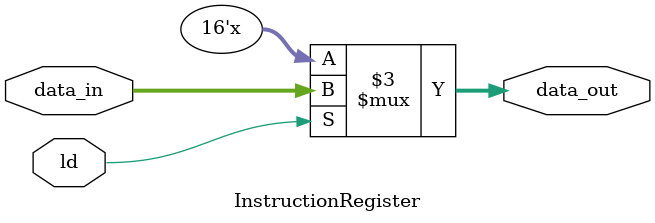
<source format=v>
`timescale 1ns / 1ps

module InstructionRegister(ld, data_in, data_out);
    input wire ld;
    input wire [15:0] data_in;
    output reg [15:0] data_out;
    
    always @(*) begin
        if(ld == 1) begin
            data_out <= data_in;
        end
    end
endmodule

</source>
